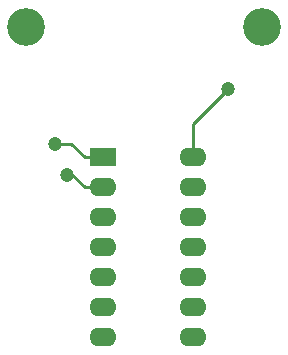
<source format=gbr>
%FSLAX46Y46*%
G04 Gerber Fmt 4.6, Leading zero omitted, Abs format (unit mm)*
G04 Created by KiCad (PCBNEW (2014-jul-16 BZR unknown)-product) date fre  8 aug 2014 14:25:07*
%MOMM*%
G01*
G04 APERTURE LIST*
%ADD10C,0.100000*%
%ADD11R,2.286000X1.574800*%
%ADD12O,2.286000X1.574800*%
%ADD13C,3.200400*%
%ADD14C,1.200000*%
%ADD15C,0.254000*%
G04 APERTURE END LIST*
D10*
D11*
X39501200Y-50986700D03*
D12*
X39501200Y-53526700D03*
X39501200Y-56066700D03*
X39501200Y-58606700D03*
X39501200Y-61146700D03*
X39501200Y-63686700D03*
X39501200Y-66226700D03*
X47121200Y-66226700D03*
X47121200Y-63686700D03*
X47121200Y-61146700D03*
X47121200Y-58606700D03*
X47121200Y-56066700D03*
X47121200Y-53526700D03*
X47121200Y-50986700D03*
D13*
X33000000Y-40000000D03*
X53000000Y-40000000D03*
D14*
X36493800Y-52461800D03*
X50137000Y-45185600D03*
X35453400Y-49852300D03*
D15*
X39501200Y-53526700D02*
X37976900Y-53526700D01*
X36912000Y-52461800D02*
X36493800Y-52461800D01*
X37976900Y-53526700D02*
X36912000Y-52461800D01*
X47121200Y-48201400D02*
X50137000Y-45185600D01*
X47121200Y-50986700D02*
X47121200Y-48201400D01*
X36842500Y-49852300D02*
X35453400Y-49852300D01*
X37976900Y-50986700D02*
X36842500Y-49852300D01*
X39501200Y-50986700D02*
X37976900Y-50986700D01*
M02*

</source>
